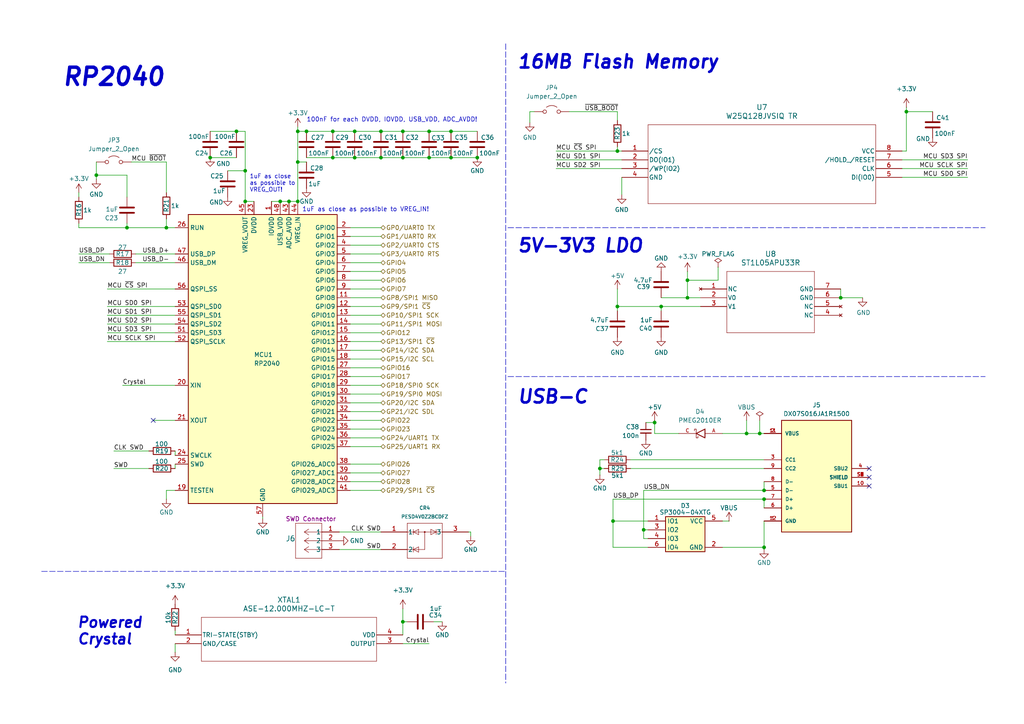
<source format=kicad_sch>
(kicad_sch (version 20250114) (generator "eeschema") (generator_version "9.0")
  (paper "A4")
  (title_block (title "RP2040 Standard") (company "Porto Space Team") (comment 1 "Miguel Amorim"))
  (lib_symbols
    (symbol "16MB_Flash:W25Q128JVSIQ_TR" (pin_names (offset 0.254))
      (property "Reference" "U" (at 40.64 12.7 0))
      (property "Value" "W25Q128JVSIQ TR" (at 40.64 10.16 0))
      (symbol "W25Q128JVSIQ_TR_0_1"
        (pin input line (at 0 0 0) (length 7.62) (name "/CS") (number "1"))
        (pin bidirectional line (at 0 -2.54 0) (length 7.62) (name "DO(IO1)") (number "2"))
        (pin bidirectional line (at 0 -5.08 0) (length 7.62) (name "/WP(IO2)") (number "3"))
        (pin passive line (at 0 -7.62 0) (length 7.62) (name "GND") (number "4"))
        (pin passive line (at 81.28 0 180) (length 7.62) (name "VCC") (number "8"))
        (pin bidirectional line (at 81.28 -2.54 180) (length 7.62) (name "/HOLD_/RESET") (number "7"))
        (pin input line (at 81.28 -5.08 180) (length 7.62) (name "CLK") (number "6"))
        (pin bidirectional line (at 81.28 -7.62 180) (length 7.62) (name "DI(IO0)") (number "5"))
      )
    )
    (symbol "AS12MHz:ASE-12.000MHZ-LC-T" (pin_names (offset 0.254))
      (property "Reference" "XTAL" (at 33.02 10.16 0))
      (property "Value" "ASE-12.000MHZ-LC-T" (at 33.02 7.62 0))
      (symbol "ASE-12.000MHZ-LC-T_0_1"
        (pin passive line (at 0 0 0) (length 7.62) (name "TRI-STATE(STBY)") (number "1"))
        (pin passive line (at 0 -2.54 0) (length 7.62) (name "GND/CASE") (number "2"))
        (pin power_in line (at 66.04 0 180) (length 7.62) (name "VDD") (number "4"))
        (pin output line (at 66.04 -2.54 180) (length 7.62) (name "OUTPUT") (number "3"))
      )
    )
    (symbol "DX07S016JA1R1500:DX07S016JA1R1500" (pin_names (offset 1.016))
      (property "Reference" "J" (at -9.906 16.002 0))
      (property "Value" "DX07S016JA1R1500" (at -9.652 -17.78 0))
      (symbol "DX07S016JA1R1500_0_0"
        (pin passive line (at -15.24 11.43 0) (length 5.08) (name "VBUS") (number "11"))
        (pin passive line (at -15.24 11.43 0) (length 5.08) (name "VBUS") (number "2"))
        (pin passive line (at -15.24 3.81 0) (length 5.08) (name "CC1") (number "3"))
        (pin passive line (at -15.24 1.27 0) (length 5.08) (name "CC2") (number "9"))
        (pin passive line (at -15.24 -2.54 0) (length 5.08) (name "D-") (number "8"))
        (pin passive line (at -15.24 -5.08 0) (length 5.08) (name "D-") (number "5"))
        (pin passive line (at -15.24 -7.62 0) (length 5.08) (name "D+") (number "7"))
        (pin passive line (at -15.24 -10.16 0) (length 5.08) (name "D+") (number "6"))
        (pin power_in line (at -15.24 -13.97 0) (length 5.08) (name "GND") (number "1"))
        (pin power_in line (at -15.24 -13.97 0) (length 5.08) (name "GND") (number "12"))
        (pin passive line (at 15.24 1.27 180) (length 5.08) (name "SBU2") (number "4"))
        (pin passive line (at 15.24 -1.27 180) (length 5.08) (name "SHIELD") (number "S1"))
        (pin passive line (at 15.24 -1.27 180) (length 5.08) (name "SHIELD") (number "S2"))
        (pin passive line (at 15.24 -1.27 180) (length 5.08) (name "SHIELD") (number "S3"))
        (pin passive line (at 15.24 -1.27 180) (length 5.08) (name "SHIELD") (number "S4"))
        (pin passive line (at 15.24 -1.27 180) (length 5.08) (name "SHIELD") (number "S5"))
        (pin passive line (at 15.24 -1.27 180) (length 5.08) (name "SHIELD") (number "S6"))
        (pin passive line (at 15.24 -3.81 180) (length 5.08) (name "SBU1") (number "10"))
      )
    )
    (symbol "Device:C" (pin_numbers (hide yes)) (pin_names (offset 0.254))
      (property "Reference" "C" (at 0.635 2.54 0))
      (property "Value" "C" (at 0.635 -2.54 0))
      (symbol "C_1_1"
        (pin passive line (at 0 3.81 270) (length 2.794) (name "~") (number "1"))
        (pin passive line (at 0 -3.81 90) (length 2.794) (name "~") (number "2"))
      )
    )
    (symbol "Device:C_Small" (pin_numbers (hide yes)) (pin_names (offset 0.254) (hide yes))
      (property "Reference" "C" (at 0.254 1.778 0))
      (property "Value" "C_Small" (at 0.254 -2.032 0))
      (symbol "C_Small_1_1"
        (pin passive line (at 0 2.54 270) (length 2.032) (name "~") (number "1"))
        (pin passive line (at 0 -2.54 90) (length 2.032) (name "~") (number "2"))
      )
    )
    (symbol "Device:R" (pin_numbers (hide yes)) (pin_names (offset 0))
      (property "Reference" "R" (at 2.032 0 90))
      (property "Value" "R" (at 0 0 90))
      (symbol "R_1_1"
        (pin passive line (at 0 3.81 270) (length 1.27) (name "~") (number "1"))
        (pin passive line (at 0 -3.81 90) (length 1.27) (name "~") (number "2"))
      )
    )
    (symbol "Jumper:Jumper_2_Open" (pin_numbers (hide yes)) (pin_names (offset 0) (hide yes))
      (property "Reference" "JP" (at 0 2.794 0))
      (property "Value" "Jumper_2_Open" (at 0 -2.286 0))
      (symbol "Jumper_2_Open_1_1"
        (pin passive line (at -5.08 0 0) (length 2.54) (name "A") (number "1"))
        (pin passive line (at 5.08 0 180) (length 2.54) (name "B") (number "2"))
      )
    )
    (symbol "LDO_ST1L05A:ST1L05APU33R" (pin_names (offset 0.254))
      (property "Reference" "U" (at 20.32 10.16 0))
      (property "Value" "ST1L05APU33R" (at 20.32 7.62 0))
      (symbol "ST1L05APU33R_0_1"
        (pin no_connect line (at 0 0 0) (length 7.62) (name "NC") (number "1"))
        (pin passive line (at 0 -2.54 0) (length 7.62) (name "V0") (number "2"))
        (pin passive line (at 0 -5.08 0) (length 7.62) (name "V1") (number "3"))
        (pin passive line (at 40.64 0 180) (length 7.62) (name "GND") (number "7"))
        (pin passive line (at 40.64 -2.54 180) (length 7.62) (name "GND") (number "6"))
        (pin no_connect line (at 40.64 -5.08 180) (length 7.62) (name "NC") (number "5"))
        (pin no_connect line (at 40.64 -7.62 180) (length 7.62) (name "NC") (number "4"))
      )
    )
    (symbol "MCU_RaspberryPi:RP2040"
      (property "Reference" "U" (at 17.78 45.72 0))
      (property "Value" "RP2040" (at 17.78 43.18 0))
      (symbol "RP2040_1_1"
        (pin input line (at -25.4 38.1 0) (length 3.81) (name "RUN") (number "26"))
        (pin bidirectional line (at -25.4 30.48 0) (length 3.81) (name "USB_DP") (number "47"))
        (pin bidirectional line (at -25.4 27.94 0) (length 3.81) (name "USB_DM") (number "46"))
        (pin bidirectional line (at -25.4 20.32 0) (length 3.81) (name "QSPI_SS") (number "56"))
        (pin bidirectional line (at -25.4 15.24 0) (length 3.81) (name "QSPI_SD0") (number "53"))
        (pin bidirectional line (at -25.4 12.7 0) (length 3.81) (name "QSPI_SD1") (number "55"))
        (pin bidirectional line (at -25.4 10.16 0) (length 3.81) (name "QSPI_SD2") (number "54"))
        (pin bidirectional line (at -25.4 7.62 0) (length 3.81) (name "QSPI_SD3") (number "51"))
        (pin output line (at -25.4 5.08 0) (length 3.81) (name "QSPI_SCLK") (number "52"))
        (pin input line (at -25.4 -7.62 0) (length 3.81) (name "XIN") (number "20"))
        (pin passive line (at -25.4 -17.78 0) (length 3.81) (name "XOUT") (number "21"))
        (pin input line (at -25.4 -27.94 0) (length 3.81) (name "SWCLK") (number "24"))
        (pin bidirectional line (at -25.4 -30.48 0) (length 3.81) (name "SWD") (number "25"))
        (pin input line (at -25.4 -38.1 0) (length 3.81) (name "TESTEN") (number "19"))
        (pin power_out line (at -5.08 45.72 270) (length 3.81) (name "VREG_VOUT") (number "45"))
        (pin power_in line (at -2.54 45.72 270) (length 3.81) (name "DVDD") (number "23"))
        (pin passive line (at -2.54 45.72 270) (length 3.81) (hide yes) (name "DVDD") (number "50"))
        (pin power_in line (at 0 -45.72 90) (length 3.81) (name "GND") (number "57"))
        (pin power_in line (at 2.54 45.72 270) (length 3.81) (name "IOVDD") (number "1"))
        (pin passive line (at 2.54 45.72 270) (length 3.81) (hide yes) (name "IOVDD") (number "10"))
        (pin passive line (at 2.54 45.72 270) (length 3.81) (hide yes) (name "IOVDD") (number "22"))
        (pin passive line (at 2.54 45.72 270) (length 3.81) (hide yes) (name "IOVDD") (number "33"))
        (pin passive line (at 2.54 45.72 270) (length 3.81) (hide yes) (name "IOVDD") (number "42"))
        (pin passive line (at 2.54 45.72 270) (length 3.81) (hide yes) (name "IOVDD") (number "49"))
        (pin power_in line (at 5.08 45.72 270) (length 3.81) (name "USB_VDD") (number "48"))
        (pin power_in line (at 7.62 45.72 270) (length 3.81) (name "ADC_AVDD") (number "43"))
        (pin power_in line (at 10.16 45.72 270) (length 3.81) (name "VREG_IN") (number "44"))
        (pin bidirectional line (at 25.4 38.1 180) (length 3.81) (name "GPIO0") (number "2"))
        (pin bidirectional line (at 25.4 35.56 180) (length 3.81) (name "GPIO1") (number "3"))
        (pin bidirectional line (at 25.4 33.02 180) (length 3.81) (name "GPIO2") (number "4"))
        (pin bidirectional line (at 25.4 30.48 180) (length 3.81) (name "GPIO3") (number "5"))
        (pin bidirectional line (at 25.4 27.94 180) (length 3.81) (name "GPIO4") (number "6"))
        (pin bidirectional line (at 25.4 25.4 180) (length 3.81) (name "GPIO5") (number "7"))
        (pin bidirectional line (at 25.4 22.86 180) (length 3.81) (name "GPIO6") (number "8"))
        (pin bidirectional line (at 25.4 20.32 180) (length 3.81) (name "GPIO7") (number "9"))
        (pin bidirectional line (at 25.4 17.78 180) (length 3.81) (name "GPIO8") (number "11"))
        (pin bidirectional line (at 25.4 15.24 180) (length 3.81) (name "GPIO9") (number "12"))
        (pin bidirectional line (at 25.4 12.7 180) (length 3.81) (name "GPIO10") (number "13"))
        (pin bidirectional line (at 25.4 10.16 180) (length 3.81) (name "GPIO11") (number "14"))
        (pin bidirectional line (at 25.4 7.62 180) (length 3.81) (name "GPIO12") (number "15"))
        (pin bidirectional line (at 25.4 5.08 180) (length 3.81) (name "GPIO13") (number "16"))
        (pin bidirectional line (at 25.4 2.54 180) (length 3.81) (name "GPIO14") (number "17"))
        (pin bidirectional line (at 25.4 0 180) (length 3.81) (name "GPIO15") (number "18"))
        (pin bidirectional line (at 25.4 -2.54 180) (length 3.81) (name "GPIO16") (number "27"))
        (pin bidirectional line (at 25.4 -5.08 180) (length 3.81) (name "GPIO17") (number "28"))
        (pin bidirectional line (at 25.4 -7.62 180) (length 3.81) (name "GPIO18") (number "29"))
        (pin bidirectional line (at 25.4 -10.16 180) (length 3.81) (name "GPIO19") (number "30"))
        (pin bidirectional line (at 25.4 -12.7 180) (length 3.81) (name "GPIO20") (number "31"))
        (pin bidirectional line (at 25.4 -15.24 180) (length 3.81) (name "GPIO21") (number "32"))
        (pin bidirectional line (at 25.4 -17.78 180) (length 3.81) (name "GPIO22") (number "34"))
        (pin bidirectional line (at 25.4 -20.32 180) (length 3.81) (name "GPIO23") (number "35"))
        (pin bidirectional line (at 25.4 -22.86 180) (length 3.81) (name "GPIO24") (number "36"))
        (pin bidirectional line (at 25.4 -25.4 180) (length 3.81) (name "GPIO25") (number "37"))
        (pin bidirectional line (at 25.4 -30.48 180) (length 3.81) (name "GPIO26_ADC0") (number "38"))
        (pin bidirectional line (at 25.4 -33.02 180) (length 3.81) (name "GPIO27_ADC1") (number "39"))
        (pin bidirectional line (at 25.4 -35.56 180) (length 3.81) (name "GPIO28_ADC2") (number "40"))
        (pin bidirectional line (at 25.4 -38.1 180) (length 3.81) (name "GPIO29_ADC3") (number "41"))
      )
    )
    (symbol "PESD4V0Z2BCDFZ:PESD4V0Z2BCDFZ" (pin_names (offset 0.254))
      (property "Reference" "CR" (at 12.7 7.62 0))
      (property "Value" "PESD4V0Z2BCDFZ" (at 12.7 5.08 0))
      (symbol "PESD4V0Z2BCDFZ_0_1"
        (pin passive line (at 0 0 0) (length 7.62) (name "1") (number "1"))
        (pin passive line (at 0 -5.08 0) (length 7.62) (name "2") (number "2"))
        (pin passive line (at 25.4 0 180) (length 7.62) (name "3") (number "3"))
      )
    )
    (symbol "PMEG2010ER:PMEG2010ER" (pin_names (offset 1.016))
      (property "Reference" "D" (at -1.27 2.54 0))
      (property "Value" "PMEG2010ER" (at -6.858 -3.302 0))
      (symbol "PMEG2010ER_0_0"
        (pin passive line (at -6.35 0 0) (length 5.08) (name "~") (number "A"))
        (pin passive line (at 6.35 0 180) (length 5.08) (name "~") (number "C"))
      )
    )
    (symbol "SP3004-04XTG_1"
      (property "Reference" "D" (at 4.826 7.112 0))
      (property "Value" "SP3004-04XTG" (at 4.826 4.572 0))
      (symbol "SP3004-04XTG_1_1_1"
        (pin passive line (at 0 0 0) (length 5.08) (name "IO1") (number "1"))
        (pin passive line (at 0 -2.54 0) (length 5.08) (name "IO2") (number "3"))
        (pin passive line (at 0 -5.08 0) (length 5.08) (name "IO3") (number "4"))
        (pin passive line (at 0 -7.62 0) (length 5.08) (name "IO4") (number "6"))
        (pin passive line (at 21.59 0 180) (length 5.08) (name "VCC") (number "5"))
        (pin passive line (at 21.59 -7.62 180) (length 5.08) (name "GND") (number "2"))
      )
    )
    (symbol "SWD_Con:BM03B-SRSS-TBLFSN" (pin_names (offset 0.254))
      (property "Reference" "J" (at 8.89 6.35 0))
      (property "Value" "BM03B-SRSS-TBLFSN" (at 0 0 0))
      (symbol "BM03B-SRSS-TBLFSN_1_1"
        (pin passive line (at 0 0 0) (length 5.08) (name "1") (number "1"))
        (pin passive line (at 0 -2.54 0) (length 5.08) (name "2") (number "2"))
        (pin passive line (at 0 -5.08 0) (length 5.08) (name "3") (number "3"))
      )
      (symbol "BM03B-SRSS-TBLFSN_1_2"
        (pin passive line (at 0 0 0) (length 5.08) (name "1") (number "1"))
        (pin passive line (at 0 -2.54 0) (length 5.08) (name "2") (number "2"))
        (pin passive line (at 0 -5.08 0) (length 5.08) (name "3") (number "3"))
      )
    )
    (symbol "power:+3.3V" (power) (pin_numbers (hide yes)) (pin_names (offset 0) (hide yes))
      (property "Value" "+3.3V" (at 0 3.556 0))
      (symbol "+3.3V_1_1"
        (pin power_in line (at 0 0 90) (length 0) (name "~") (number "1"))
      )
    )
    (symbol "power:+5V" (power) (pin_numbers (hide yes)) (pin_names (offset 0) (hide yes))
      (property "Value" "+5V" (at 0 3.556 0))
      (symbol "+5V_1_1"
        (pin power_in line (at 0 0 90) (length 0) (name "~") (number "1"))
      )
    )
    (symbol "power:GND" (power) (pin_numbers (hide yes)) (pin_names (offset 0) (hide yes))
      (property "Value" "GND" (at 0 -3.81 0))
      (symbol "GND_1_1"
        (pin power_in line (at 0 0 270) (length 0) (name "~") (number "1"))
      )
    )
    (symbol "power:PWR_FLAG" (power) (pin_numbers (hide yes)) (pin_names (offset 0) (hide yes))
      (property "Value" "PWR_FLAG" (at 0 3.81 0))
      (symbol "PWR_FLAG_0_0"
        (pin power_out line (at 0 0 90) (length 0) (name "~") (number "1"))
      )
    )
  )
  (text "1uF as close \nas possible to \nVREG_OUT!" (at 72.39 55.88 0) (effects (font (size 1.2 1.2)) (justify left bottom)))
  (text "Powered\nCrystal" (at 22.225 187.325 0) (effects (font (size 3 3) (bold yes) (italic yes)) (justify left bottom)))
  (text "RP2040" (at 17.78 25.4 0) (effects (font (size 5 5) (thickness 1) (bold yes) (italic yes)) (justify left bottom)))
  (text "5V-3V3 LDO" (at 149.86 73.66 0) (effects (font (size 3.81 3.81) (bold yes) (italic yes)) (justify left bottom)))
  (text "16MB Flash Memory" (at 149.86 20.32 0) (effects (font (size 3.81 3.81) (bold yes) (italic yes)) (justify left bottom)))
  (text "1uF as close as possible to VREG_IN!" (at 87.63 61.595 0) (effects (font (size 1.27 1.27)) (justify left bottom)))
  (text "100nF for each DVDD, IOVDD, USB_VDD, ADC_AVDD!" (at 88.9 35.56 0) (effects (font (size 1.27 1.27)) (justify left bottom)))
  (text "USB-C" (at 149.86 117.475 0) (effects (font (size 3.81 3.81) (bold yes) (italic yes)) (justify left bottom)))
  (junction (at 36.83 66.04))
  (junction (at 110.49 45.72))
  (junction (at 173.99 135.89))
  (junction (at 81.28 58.42))
  (junction (at 116.84 45.72))
  (junction (at 138.43 45.72))
  (junction (at 177.8 151.13))
  (junction (at 102.87 38.1))
  (junction (at 60.96 45.72))
  (junction (at 83.82 58.42))
  (junction (at 110.49 38.1))
  (junction (at 96.52 45.72))
  (junction (at 96.52 38.1))
  (junction (at 68.58 38.1))
  (junction (at 124.46 38.1))
  (junction (at 130.81 45.72))
  (junction (at 221.615 142.24))
  (junction (at 243.84 86.36))
  (junction (at 186.69 153.67))
  (junction (at 124.46 45.72))
  (junction (at 221.615 158.75))
  (junction (at 102.87 45.72))
  (junction (at 216.535 125.73))
  (junction (at 86.36 38.1))
  (junction (at 199.39 86.36))
  (junction (at 220.345 125.73))
  (junction (at 86.36 58.42))
  (junction (at 191.77 88.9))
  (junction (at 199.39 81.28))
  (junction (at 71.12 49.53))
  (junction (at 130.81 38.1))
  (junction (at 71.12 58.42))
  (junction (at 189.865 122.555))
  (junction (at 48.26 66.04))
  (junction (at 88.9 38.1))
  (junction (at 179.07 88.9))
  (junction (at 116.84 38.1))
  (junction (at 221.615 144.78))
  (junction (at 27.94 50.8))
  (junction (at 179.07 43.815))
  (junction (at 86.36 46.99))
  (junction (at 262.89 32.385))
  (junction (at 116.84 180.34))
  (no_connect (at 44.45 121.92))
  (no_connect (at 252.095 135.89))
  (no_connect (at 252.095 140.97))
  (no_connect (at 252.095 138.43))
  (wire (pts (xy 101.6 114.3) (xy 110.49 114.3)))
  (wire (pts (xy 220.345 125.73) (xy 221.615 125.73)))
  (wire (pts (xy 96.52 38.1) (xy 88.9 38.1)))
  (wire (pts (xy 101.6 116.84) (xy 110.49 116.84)))
  (wire (pts (xy 186.69 153.67) (xy 187.96 153.67)))
  (wire (pts (xy 86.36 46.99) (xy 86.36 58.42)))
  (polyline (pts (xy 146.685 12.7) (xy 146.685 165.735)) (stroke (width 0) (type dash)))
  (wire (pts (xy 261.62 46.355) (xy 280.67 46.355)))
  (wire (pts (xy 180.34 48.895) (xy 161.29 48.895)))
  (wire (pts (xy 116.84 180.34) (xy 116.84 184.15)))
  (wire (pts (xy 177.8 151.13) (xy 187.96 151.13)))
  (wire (pts (xy 116.84 176.53) (xy 116.84 180.34)))
  (wire (pts (xy 173.99 135.89) (xy 173.99 133.35)))
  (wire (pts (xy 101.6 134.62) (xy 110.49 134.62)))
  (wire (pts (xy 110.49 45.72) (xy 116.84 45.72)))
  (wire (pts (xy 71.12 49.53) (xy 71.12 38.1)))
  (wire (pts (xy 48.26 63.5) (xy 48.26 66.04)))
  (wire (pts (xy 173.99 137.795) (xy 173.99 135.89)))
  (wire (pts (xy 187.325 122.555) (xy 189.865 122.555)))
  (wire (pts (xy 262.89 32.385) (xy 270.51 32.385)))
  (wire (pts (xy 101.6 101.6) (xy 110.49 101.6)))
  (wire (pts (xy 22.86 76.2) (xy 31.75 76.2)))
  (wire (pts (xy 81.28 58.42) (xy 83.82 58.42)))
  (wire (pts (xy 101.6 129.54) (xy 110.49 129.54)))
  (wire (pts (xy 261.62 48.895) (xy 280.67 48.895)))
  (wire (pts (xy 86.36 46.99) (xy 88.9 46.99)))
  (wire (pts (xy 124.46 38.1) (xy 116.84 38.1)))
  (wire (pts (xy 261.62 51.435) (xy 280.67 51.435)))
  (wire (pts (xy 101.6 121.92) (xy 110.49 121.92)))
  (wire (pts (xy 36.83 50.8) (xy 36.83 57.15)))
  (wire (pts (xy 177.8 151.13) (xy 177.8 144.78)))
  (wire (pts (xy 221.615 139.7) (xy 221.615 142.24)))
  (polyline (pts (xy 12.065 165.735) (xy 146.685 165.735)) (stroke (width 0) (type dash)))
  (wire (pts (xy 27.94 50.8) (xy 36.83 50.8)))
  (wire (pts (xy 31.115 88.9) (xy 50.8 88.9)))
  (wire (pts (xy 31.115 83.82) (xy 50.8 83.82)))
  (wire (pts (xy 86.36 38.1) (xy 86.36 46.99)))
  (wire (pts (xy 221.615 144.78) (xy 221.615 147.32)))
  (wire (pts (xy 27.94 50.8) (xy 27.94 52.07)))
  (wire (pts (xy 199.39 81.28) (xy 199.39 86.36)))
  (wire (pts (xy 101.6 83.82) (xy 110.49 83.82)))
  (wire (pts (xy 102.87 45.72) (xy 110.49 45.72)))
  (wire (pts (xy 101.6 104.14) (xy 110.49 104.14)))
  (wire (pts (xy 208.28 81.28) (xy 208.28 77.47)))
  (wire (pts (xy 101.6 68.58) (xy 110.49 68.58)))
  (wire (pts (xy 154.94 32.385) (xy 153.67 32.385)))
  (wire (pts (xy 101.6 73.66) (xy 110.49 73.66)))
  (wire (pts (xy 33.02 130.81) (xy 43.18 130.81)))
  (wire (pts (xy 36.83 66.04) (xy 36.83 64.77)))
  (wire (pts (xy 50.8 186.69) (xy 50.8 189.23)))
  (wire (pts (xy 22.86 66.04) (xy 22.86 64.77)))
  (wire (pts (xy 186.69 153.67) (xy 186.69 156.21)))
  (wire (pts (xy 199.39 81.28) (xy 208.28 81.28)))
  (wire (pts (xy 60.96 45.72) (xy 68.58 45.72)))
  (wire (pts (xy 101.6 93.98) (xy 110.49 93.98)))
  (wire (pts (xy 262.89 43.815) (xy 262.89 32.385)))
  (wire (pts (xy 182.88 135.89) (xy 221.615 135.89)))
  (wire (pts (xy 101.6 71.12) (xy 110.49 71.12)))
  (wire (pts (xy 101.6 66.04) (xy 110.49 66.04)))
  (wire (pts (xy 101.6 127) (xy 110.49 127)))
  (wire (pts (xy 31.115 99.06) (xy 50.8 99.06)))
  (wire (pts (xy 130.81 38.1) (xy 138.43 38.1)))
  (wire (pts (xy 101.6 96.52) (xy 110.49 96.52)))
  (wire (pts (xy 243.84 83.82) (xy 243.84 86.36)))
  (wire (pts (xy 191.77 88.9) (xy 203.2 88.9)))
  (wire (pts (xy 177.8 144.78) (xy 221.615 144.78)))
  (wire (pts (xy 101.6 111.76) (xy 110.49 111.76)))
  (wire (pts (xy 179.07 34.925) (xy 179.07 32.385)))
  (wire (pts (xy 262.89 32.385) (xy 262.89 31.115)))
  (wire (pts (xy 33.02 135.89) (xy 43.18 135.89)))
  (wire (pts (xy 199.39 78.74) (xy 199.39 81.28)))
  (wire (pts (xy 60.96 38.1) (xy 68.58 38.1)))
  (wire (pts (xy 125.73 180.34) (xy 128.27 180.34)))
  (wire (pts (xy 50.8 182.88) (xy 50.8 184.15)))
  (wire (pts (xy 71.12 49.53) (xy 71.12 58.42)))
  (wire (pts (xy 50.8 135.89) (xy 50.8 134.62)))
  (wire (pts (xy 98.425 159.385) (xy 110.49 159.385)))
  (wire (pts (xy 22.86 55.88) (xy 22.86 57.15)))
  (wire (pts (xy 38.1 46.99) (xy 48.26 46.99)))
  (wire (pts (xy 48.26 142.24) (xy 50.8 142.24)))
  (wire (pts (xy 199.39 86.36) (xy 203.2 86.36)))
  (wire (pts (xy 22.86 73.66) (xy 31.75 73.66)))
  (wire (pts (xy 96.52 45.72) (xy 102.87 45.72)))
  (wire (pts (xy 116.84 38.1) (xy 110.49 38.1)))
  (wire (pts (xy 35.56 111.76) (xy 50.8 111.76)))
  (wire (pts (xy 101.6 99.06) (xy 110.49 99.06)))
  (wire (pts (xy 220.345 121.92) (xy 220.345 125.73)))
  (wire (pts (xy 39.37 76.2) (xy 50.8 76.2)))
  (wire (pts (xy 86.36 36.83) (xy 86.36 38.1)))
  (wire (pts (xy 153.67 32.385) (xy 153.67 35.56)))
  (polyline (pts (xy 146.685 165.735) (xy 146.685 198.12)) (stroke (width 0) (type dash)))
  (wire (pts (xy 101.6 109.22) (xy 110.49 109.22)))
  (wire (pts (xy 209.55 125.73) (xy 216.535 125.73)))
  (wire (pts (xy 186.69 142.24) (xy 186.69 153.67)))
  (wire (pts (xy 216.535 121.92) (xy 216.535 125.73)))
  (wire (pts (xy 180.34 46.355) (xy 161.29 46.355)))
  (wire (pts (xy 101.6 86.36) (xy 110.49 86.36)))
  (wire (pts (xy 124.46 45.72) (xy 130.81 45.72)))
  (wire (pts (xy 180.34 51.435) (xy 180.34 56.515)))
  (wire (pts (xy 179.07 88.9) (xy 179.07 90.17)))
  (wire (pts (xy 191.77 86.36) (xy 199.39 86.36)))
  (wire (pts (xy 209.55 158.75) (xy 221.615 158.75)))
  (wire (pts (xy 101.6 119.38) (xy 110.49 119.38)))
  (wire (pts (xy 48.26 144.78) (xy 48.26 142.24)))
  (wire (pts (xy 44.45 121.92) (xy 50.8 121.92)))
  (wire (pts (xy 189.865 121.92) (xy 189.865 122.555)))
  (wire (pts (xy 182.88 133.35) (xy 221.615 133.35)))
  (wire (pts (xy 177.8 158.75) (xy 187.96 158.75)))
  (wire (pts (xy 101.6 88.9) (xy 110.49 88.9)))
  (wire (pts (xy 39.37 73.66) (xy 50.8 73.66)))
  (wire (pts (xy 101.6 137.16) (xy 110.49 137.16)))
  (wire (pts (xy 98.425 154.305) (xy 110.49 154.305)))
  (wire (pts (xy 66.04 49.53) (xy 71.12 49.53)))
  (wire (pts (xy 101.6 91.44) (xy 110.49 91.44)))
  (wire (pts (xy 110.49 38.1) (xy 102.87 38.1)))
  (wire (pts (xy 88.9 45.72) (xy 96.52 45.72)))
  (wire (pts (xy 101.6 106.68) (xy 110.49 106.68)))
  (wire (pts (xy 221.615 158.75) (xy 221.615 159.385)))
  (wire (pts (xy 189.865 122.555) (xy 189.865 125.73)))
  (polyline (pts (xy 147.32 109.22) (xy 285.75 109.22)) (stroke (width 0) (type dash)))
  (wire (pts (xy 186.69 156.21) (xy 187.96 156.21)))
  (wire (pts (xy 261.62 43.815) (xy 262.89 43.815)))
  (wire (pts (xy 36.83 66.04) (xy 48.26 66.04)))
  (wire (pts (xy 101.6 139.7) (xy 110.49 139.7)))
  (wire (pts (xy 50.8 132.08) (xy 50.8 130.81)))
  (wire (pts (xy 48.26 46.99) (xy 48.26 55.88)))
  (wire (pts (xy 216.535 125.73) (xy 220.345 125.73)))
  (wire (pts (xy 83.82 58.42) (xy 86.36 58.42)))
  (wire (pts (xy 165.1 32.385) (xy 179.07 32.385)))
  (wire (pts (xy 31.115 93.98) (xy 50.8 93.98)))
  (wire (pts (xy 130.81 38.1) (xy 124.46 38.1)))
  (wire (pts (xy 116.84 180.34) (xy 118.11 180.34)))
  (wire (pts (xy 179.07 88.9) (xy 191.77 88.9)))
  (wire (pts (xy 179.07 43.815) (xy 180.34 43.815)))
  (wire (pts (xy 191.77 90.17) (xy 191.77 88.9)))
  (wire (pts (xy 101.6 76.2) (xy 110.49 76.2)))
  (wire (pts (xy 48.26 66.04) (xy 50.8 66.04)))
  (wire (pts (xy 88.9 38.1) (xy 86.36 38.1)))
  (wire (pts (xy 31.115 91.44) (xy 50.8 91.44)))
  (polyline (pts (xy 147.32 66.04) (xy 285.75 66.04)) (stroke (width 0) (type dash)))
  (wire (pts (xy 209.55 151.13) (xy 211.455 151.13)))
  (wire (pts (xy 27.94 46.99) (xy 27.94 50.8)))
  (wire (pts (xy 101.6 81.28) (xy 110.49 81.28)))
  (wire (pts (xy 76.2 149.86) (xy 76.2 150.495)))
  (wire (pts (xy 175.26 135.89) (xy 173.99 135.89)))
  (wire (pts (xy 102.87 38.1) (xy 96.52 38.1)))
  (wire (pts (xy 101.6 124.46) (xy 110.49 124.46)))
  (wire (pts (xy 101.6 142.24) (xy 110.49 142.24)))
  (wire (pts (xy 221.615 151.13) (xy 221.615 158.75)))
  (wire (pts (xy 243.84 86.36) (xy 250.19 86.36)))
  (wire (pts (xy 186.69 142.24) (xy 221.615 142.24)))
  (wire (pts (xy 161.29 43.815) (xy 179.07 43.815)))
  (wire (pts (xy 36.83 66.04) (xy 22.86 66.04)))
  (wire (pts (xy 101.6 78.74) (xy 110.49 78.74)))
  (wire (pts (xy 173.99 133.35) (xy 175.26 133.35)))
  (wire (pts (xy 136.525 154.305) (xy 136.525 155.575)))
  (wire (pts (xy 189.865 125.73) (xy 196.85 125.73)))
  (wire (pts (xy 179.07 42.545) (xy 179.07 43.815)))
  (wire (pts (xy 135.89 154.305) (xy 136.525 154.305)))
  (wire (pts (xy 71.12 58.42) (xy 73.66 58.42)))
  (wire (pts (xy 116.84 45.72) (xy 124.46 45.72)))
  (wire (pts (xy 177.8 151.13) (xy 177.8 158.75)))
  (wire (pts (xy 31.115 96.52) (xy 50.8 96.52)))
  (wire (pts (xy 78.74 58.42) (xy 81.28 58.42)))
  (wire (pts (xy 130.81 45.72) (xy 138.43 45.72)))
  (wire (pts (xy 179.07 83.82) (xy 179.07 88.9)))
  (wire (pts (xy 116.84 186.69) (xy 124.46 186.69)))
  (wire (pts (xy 71.12 38.1) (xy 68.58 38.1)))
  (label "MCU SD2 SPI" (at 161.29 48.895 0))
  (label "MCU ~{CS} SPI" (at 161.29 43.815 0))
  (label "MCU SD0 SPI" (at 31.115 88.9 0))
  (label "~{USB_BOOT}" (at 169.545 32.385 0))
  (label "MCU SD3 SPI" (at 280.67 46.355 180))
  (label "Crystal" (at 124.46 186.69 180))
  (label "CLK SWD" (at 33.02 130.81 0))
  (label "CLK SWD" (at 110.49 154.305 180))
  (label "MCU SD2 SPI" (at 31.115 93.98 0))
  (label "SWD" (at 110.49 159.385 180))
  (label "SWD" (at 33.02 135.89 0))
  (label "MCU SCLK SPI" (at 280.67 48.895 180))
  (label "MCU SCLK SPI" (at 31.115 99.06 0))
  (label "USB_DN" (at 186.69 142.24 0))
  (label "MCU ~{CS} SPI" (at 31.115 83.82 0))
  (label "USB_DP" (at 22.86 73.66 0))
  (label "MCU SD1 SPI" (at 161.29 46.355 0))
  (label "USB_D-" (at 41.275 76.2 0))
  (label "MCU SD1 SPI" (at 31.115 91.44 0))
  (label "Crystal" (at 35.56 111.76 0))
  (label "MCU ~{BOOT}" (at 48.26 46.99 180))
  (label "MCU SD0 SPI" (at 280.67 51.435 180))
  (label "MCU SD3 SPI" (at 31.115 96.52 0))
  (label "USB_DN" (at 22.86 76.2 0))
  (label "USB_D+" (at 41.275 73.66 0))
  (label "USB_DP" (at 177.8 144.78 0))
  (hierarchical_label "GP10{slash}SPI1 SCK" (shape bidirectional) (at 110.49 91.44 0))
  (hierarchical_label "GPIO28" (shape bidirectional) (at 110.49 139.7 0))
  (hierarchical_label "GP14{slash}I2C SDA" (shape bidirectional) (at 110.49 101.6 0))
  (hierarchical_label "GP3{slash}UART0 RTS" (shape bidirectional) (at 110.49 73.66 0))
  (hierarchical_label "GP18{slash}SPI0 SCK" (shape bidirectional) (at 110.49 111.76 0))
  (hierarchical_label "GP29{slash}SPI1 ~{CS}" (shape bidirectional) (at 110.49 142.24 0))
  (hierarchical_label "GP1{slash}UART0 RX" (shape bidirectional) (at 110.49 68.58 0))
  (hierarchical_label "GP21{slash}I2C SDL" (shape bidirectional) (at 110.49 119.38 0))
  (hierarchical_label "GP15{slash}I2C SCL" (shape bidirectional) (at 110.49 104.14 0))
  (hierarchical_label "GP25{slash}UART1 RX" (shape bidirectional) (at 110.49 129.54 0))
  (hierarchical_label "GPIO22" (shape bidirectional) (at 110.49 121.92 0))
  (hierarchical_label "GP19{slash}SPI0 MOSI" (shape bidirectional) (at 110.49 114.3 0))
  (hierarchical_label "GPIO17" (shape bidirectional) (at 110.49 109.22 0))
  (hierarchical_label "GPIO4" (shape bidirectional) (at 110.49 76.2 0))
  (hierarchical_label "GPIO5" (shape bidirectional) (at 110.49 78.74 0))
  (hierarchical_label "GPIO7" (shape bidirectional) (at 110.49 83.82 0))
  (hierarchical_label "GPIO6" (shape bidirectional) (at 110.49 81.28 0))
  (hierarchical_label "GP20{slash}I2C SDA" (shape bidirectional) (at 110.49 116.84 0))
  (hierarchical_label "GP9{slash}SPI1 ~{CS}" (shape bidirectional) (at 110.49 88.9 0))
  (hierarchical_label "GPIO26" (shape bidirectional) (at 110.49 134.62 0))
  (hierarchical_label "GP2{slash}UART0 CTS" (shape bidirectional) (at 110.49 71.12 0))
  (hierarchical_label "GP8{slash}SPI1 MISO" (shape bidirectional) (at 110.49 86.36 0))
  (hierarchical_label "GP0{slash}UART0 TX" (shape bidirectional) (at 110.49 66.04 0))
  (hierarchical_label "GP13{slash}SPI1 ~{CS}" (shape bidirectional) (at 110.49 99.06 0))
  (hierarchical_label "GP11{slash}SPI1 MOSI" (shape bidirectional) (at 110.49 93.98 0))
  (hierarchical_label "GPIO23" (shape bidirectional) (at 110.49 124.46 0))
  (hierarchical_label "GPIO12" (shape bidirectional) (at 110.49 96.52 0))
  (hierarchical_label "GPIO27" (shape bidirectional) (at 110.49 137.16 0))
  (hierarchical_label "GP24{slash}UART1 TX" (shape bidirectional) (at 110.49 127 0))
  (hierarchical_label "GPIO16" (shape bidirectional) (at 110.49 106.68 0))
  (symbol (lib_id "power:GND") (at 173.99 137.795 0) (mirror y) (unit 1)
    (property "Reference" "#PWR071" (effects (hide yes)))
    (property "Value" "GND" (at 173.99 141.605 0))
    (property "Description" "Power symbol creates a global label with name \"GND\" , ground" (effects (hide yes)))
  )
  (symbol (lib_id "power:GND") (at 191.77 78.74 0) (mirror x) (unit 1)
    (property "Reference" "#PWR077" (effects (hide yes)))
    (property "Value" "GND" (at 191.77 74.93 0))
    (property "Description" "Power symbol creates a global label with name \"GND\" , ground" (effects (hide yes)))
  )
  (symbol (lib_id "Device:C_Small") (at 187.325 125.095 0) (mirror y) (unit 1)
    (property "Reference" "C38" (at 185.42 123.825 0) (effects (justify left)))
    (property "Value" "100n" (at 185.42 126.365 0) (effects (justify left)))
    (property "Footprint" "Capacitor-0402:Capacitor_0402" (effects (hide yes)))
    (property "Description" "Unpolarized capacitor, small symbol" (effects (hide yes)))
  )
  (symbol (lib_id "Device:C") (at 66.04 53.34 0) (unit 1)
    (property "Reference" "C25" (at 60.96 51.054 0) (effects (justify left)))
    (property "Value" "1uF" (at 61.722 55.372 0) (effects (justify left)))
    (property "Footprint" "Capacitor-0402:Capacitor_0402" (effects (hide yes)))
    (property "Description" "Unpolarized capacitor" (effects (hide yes)))
  )
  (symbol (lib_id "Device:C") (at 68.58 41.91 180) (unit 1)
    (property "Reference" "C26" (at 67.564 44.45 0) (effects (justify left)))
    (property "Value" "100nF" (at 68.326 39.624 0) (effects (justify left)))
    (property "Footprint" "Capacitor-0402:Capacitor_0402" (effects (hide yes)))
    (property "Description" "Unpolarized capacitor" (effects (hide yes)))
  )
  (symbol (lib_id "Device:R") (at 50.8 179.07 0) (mirror x) (unit 1)
    (property "Reference" "R22" (at 50.8 177.165 90) (effects (justify left)))
    (property "Value" "10k" (at 48.768 177.292 90) (effects (justify left)))
    (property "Footprint" "Resistor-0402:RES_0402" (effects (hide yes)))
    (property "Description" "Resistor" (effects (hide yes)))
  )
  (symbol (lib_id "MCU_RaspberryPi:RP2040") (at 76.2 104.14 0) (unit 1)
    (property "Reference" "MCU1" (at 73.66 102.87 0) (effects (justify left)))
    (property "Value" "RP2040" (at 73.66 105.41 0) (effects (justify left)))
    (property "Footprint" "RP2040:QFN56_7X7_RPI" (effects (hide yes)))
    (property "Datasheet" "https://datasheets.raspberrypi.com/rp2040/rp2040-datasheet.pdf" (effects (hide yes)))
    (property "Description" "A microcontroller by Raspberry Pi" (effects (hide yes)))
  )
  (symbol (lib_id "power:PWR_FLAG") (at 208.28 77.47 0) (unit 1)
    (property "Reference" "#FLG04" (effects (hide yes)))
    (property "Value" "PWR_FLAG" (at 208.28 73.66 0))
    (property "Description" "Special symbol for telling ERC where power comes from" (effects (hide yes)))
  )
  (symbol (lib_id "Device:C") (at 121.92 180.34 90) (unit 1)
    (property "Reference" "C34" (at 128.27 178.435 90) (effects (justify left)))
    (property "Value" "1uF" (at 128.27 176.53 90) (effects (justify left)))
    (property "Footprint" "Capacitor-0402:Capacitor_0402" (effects (hide yes)))
    (property "Description" "Unpolarized capacitor" (effects (hide yes)))
  )
  (symbol (lib_id "Device:C") (at 270.51 36.195 0) (unit 1)
    (property "Reference" "C41" (at 271.526 34.163 0) (effects (justify left)))
    (property "Value" "100nF" (at 271.018 38.735 0) (effects (justify left)))
    (property "Footprint" "Capacitor-0402:Capacitor_0402" (effects (hide yes)))
    (property "Description" "Unpolarized capacitor" (effects (hide yes)))
  )
  (symbol (lib_id "power:GND") (at 98.425 156.845 90) (unit 1)
    (property "Reference" "#PWR086" (effects (hide yes)))
    (property "Value" "GND" (at 103.505 156.845 90))
    (property "Description" "Power symbol creates a global label with name \"GND\" , ground" (effects (hide yes)))
  )
  (symbol (lib_id "PMEG2010ER:PMEG2010ER") (at 203.2 125.73 180) (unit 1)
    (property "Reference" "D4" (at 203.0095 119.38 0))
    (property "Value" "PMEG2010ER" (at 203.0095 121.92 0))
    (property "Footprint" "Diode-Schottky_PMEG2010ER:SODFL3517X110N" (effects (hide yes)))
    (property "MF" "NXP Semiconductors" (effects (hide yes)))
    (property "Description_1" "Rectifier Diode Schottky 1A Automotive 2-Pin SOD-123W T/R" (effects (hide yes)))
    (property "Package" "SOD-123 Nexperia USA" (effects (hide yes)))
    (property "Price" "None" (effects (hide yes)))
    (property "Check_prices" "https://www.snapeda.com/parts/PMEG2010ER/NXP+Semiconductors/view-part/?ref=eda" (effects (hide yes)))
    (property "STANDARD" "IPC-7351B" (effects (hide yes)))
    (property "PARTREV" "01" (effects (hide yes)))
    (property "SnapEDA_Link" "https://www.snapeda.com/parts/PMEG2010ER/NXP+Semiconductors/view-part/?ref=snap" (effects (hide yes)))
    (property "MP" "PMEG2010ER" (effects (hide yes)))
    (property "Availability" "In Stock" (effects (hide yes)))
    (property "MANUFACTURER" "NEXPERIA" (effects (hide yes)))
  )
  (symbol (lib_id "power:+3.3V") (at 86.36 36.83 0) (unit 1)
    (property "Reference" "#PWR065" (effects (hide yes)))
    (property "Value" "+3.3V" (at 86.36 32.766 0))
    (property "Description" "Power symbol creates a global label with name \"+3.3V\"" (effects (hide yes)))
  )
  (symbol (lib_id "power:GND") (at 270.51 40.005 0) (unit 1)
    (property "Reference" "#PWR085" (effects (hide yes)))
    (property "Value" "GND" (at 267.716 40.259 0))
    (property "Description" "Power symbol creates a global label with name \"GND\" , ground" (effects (hide yes)))
  )
  (symbol (lib_id "power:+5V") (at 189.865 121.92 0) (mirror y) (unit 1)
    (property "Reference" "#PWR076" (effects (hide yes)))
    (property "Value" "+5V" (at 189.865 118.11 0))
    (property "Description" "Power symbol creates a global label with name \"+5V\"" (effects (hide yes)))
  )
  (symbol (lib_name "SP3004-04XTG_1") (lib_id "SP3004-04XTG:SP3004-04XTG") (at 187.96 151.13 0) (unit 1)
    (property "Reference" "D3" (at 198.755 146.685 0))
    (property "Value" "SP3004-04XTG" (at 198.755 148.59 0))
    (property "Footprint" "TVS-SP3004:SOT563_LTF" (effects (hide yes)))
    (property "Datasheet" "https://m.littelfuse.com/~/media/electronics/datasheets/tvs_diode_arrays/littelfuse_tvs_diode_array_sp3004_datasheet.pdf.pdf" (effects (hide yes)))
    (property "Description" "LITTELFUSE - SP3004-04XTG - TVS Diode, Unidirectional, 6 V, 15 V, SOT-563, 6 Pins" (effects (hide yes)))
    (property "Height" "0.6" (effects (hide yes)))
    (property "Mouser Part Number" "576-SP3004-04XTG" (effects (hide yes)))
    (property "Mouser Price/Stock" "https://www.mouser.co.uk/ProductDetail/Littelfuse/SP3004-04XTG?qs=trbuaetfxXQ7JjseAkJ3Ww%3D%3D" (effects (hide yes)))
    (property "Manufacturer_Name" "LITTELFUSE" (effects (hide yes)))
    (property "Manufacturer_Part_Number" "SP3004-04XTG" (effects (hide yes)))
  )
  (symbol (lib_id "Device:C") (at 36.83 60.96 180) (unit 1)
    (property "Reference" "C23" (at 34.29 63.246 0) (effects (justify left)))
    (property "Value" "1uF" (at 34.29 60.706 0) (effects (justify left)))
    (property "Footprint" "Capacitor-0402:Capacitor_0402" (effects (hide yes)))
    (property "Description" "Unpolarized capacitor" (effects (hide yes)))
  )
  (symbol (lib_id "power:GND") (at 191.77 97.79 0) (unit 1)
    (property "Reference" "#PWR078" (effects (hide yes)))
    (property "Value" "GND" (at 191.77 102.235 0))
    (property "Description" "Power symbol creates a global label with name \"GND\" , ground" (effects (hide yes)))
  )
  (symbol (lib_id "power:GND") (at 136.525 155.575 0) (unit 1)
    (property "Reference" "#PWR087" (effects (hide yes)))
    (property "Value" "GND" (at 136.525 159.385 0))
    (property "Description" "Power symbol creates a global label with name \"GND\" , ground" (effects (hide yes)))
  )
  (symbol (lib_id "power:GND") (at 60.96 45.72 0) (unit 1)
    (property "Reference" "#PWR062" (effects (hide yes)))
    (property "Value" "GND" (at 64.77 47.498 0))
    (property "Description" "Power symbol creates a global label with name \"GND\" , ground" (effects (hide yes)))
  )
  (symbol (lib_id "DX07S016JA1R1500:DX07S016JA1R1500") (at 236.855 137.16 0) (unit 1)
    (property "Reference" "J5" (at 236.855 117.475 0))
    (property "Value" "DX07S016JA1R1500" (at 236.855 120.015 0))
    (property "Footprint" "USBC-DX07S016JA1:JAE_DX07S016JA1R1500" (effects (hide yes)))
    (property "MF" "JAE Electronics" (effects (hide yes)))
    (property "MAXIMUM_PACKAGE_HEIGHT" "3.31 mm" (effects (hide yes)))
    (property "Package" "None" (effects (hide yes)))
    (property "Price" "None" (effects (hide yes)))
    (property "Check_prices" "https://www.snapeda.com/parts/DX07S016JA1R1500/JAE+Electronics/view-part/?ref=eda" (effects (hide yes)))
    (property "STANDARD" "Manufacturer Recommendations" (effects (hide yes)))
    (property "PARTREV" "1" (effects (hide yes)))
    (property "SnapEDA_Link" "https://www.snapeda.com/parts/DX07S016JA1R1500/JAE+Electronics/view-part/?ref=snap" (effects (hide yes)))
    (property "MP" "DX07S016JA1R1500" (effects (hide yes)))
    (property "Description_1" "\n                        \n                            USB-C (USB TYPE-C) USB 2.0 Receptacle Connector 24 (16+8 Dummy) Position Surface Mount, Right Angle; Through Hole\n                        \n" (effects (hide yes)))
    (property "Availability" "In Stock" (effects (hide yes)))
    (property "MANUFACTURER" "JAE Industry Ltd." (effects (hide yes)))
  )
  (symbol (lib_id "power:PWR_FLAG") (at 220.345 121.92 0) (unit 1)
    (property "Reference" "#FLG05" (effects (hide yes)))
    (property "Value" "PWR_FLAG" (effects (hide yes)))
    (property "Description" "Special symbol for telling ERC where power comes from" (effects (hide yes)))
  )
  (symbol (lib_id "power:+3.3V") (at 116.84 176.53 0) (unit 1)
    (property "Reference" "#PWR067" (effects (hide yes)))
    (property "Value" "+3.3V" (at 116.84 171.196 0))
    (property "Description" "Power symbol creates a global label with name \"+3.3V\"" (effects (hide yes)))
  )
  (symbol (lib_id "power:GND") (at 48.26 144.78 0) (unit 1)
    (property "Reference" "#PWR059" (effects (hide yes)))
    (property "Value" "GND" (at 48.26 148.59 0))
    (property "Description" "Power symbol creates a global label with name \"GND\" , ground" (effects (hide yes)))
  )
  (symbol (lib_id "power:GND") (at 27.94 52.07 0) (unit 1)
    (property "Reference" "#PWR057" (effects (hide yes)))
    (property "Value" "GND" (at 27.94 56.388 0))
    (property "Description" "Power symbol creates a global label with name \"GND\" , ground" (effects (hide yes)))
  )
  (symbol (lib_id "power:+5V") (at 179.07 83.82 0) (unit 1)
    (property "Reference" "#PWR072" (effects (hide yes)))
    (property "Value" "+5V" (at 179.07 80.01 0))
    (property "Description" "Power symbol creates a global label with name \"+5V\"" (effects (hide yes)))
  )
  (symbol (lib_id "Device:C") (at 116.84 41.91 0) (unit 1)
    (property "Reference" "C32" (at 117.602 39.878 0) (effects (justify left)))
    (property "Value" "100nF" (at 117.348 44.45 0) (effects (justify left)))
    (property "Footprint" "Capacitor-0402:Capacitor_0402" (effects (hide yes)))
    (property "Description" "Unpolarized capacitor" (effects (hide yes)))
  )
  (symbol (lib_id "power:+5V") (at 211.455 151.13 0) (mirror y) (unit 1)
    (property "Reference" "#PWR080" (effects (hide yes)))
    (property "Value" "VBUS" (at 211.455 147.32 0))
    (property "Description" "Power symbol creates a global label with name \"+5V\"" (effects (hide yes)))
  )
  (symbol (lib_id "Device:C") (at 179.07 93.98 180) (unit 1)
    (property "Reference" "C37" (at 176.6062 95.3516 0) (effects (justify left)))
    (property "Value" "4.7uF" (at 176.6062 92.8116 0) (effects (justify left)))
    (property "Footprint" "Capacitor-0402:Capacitor_0402" (effects (hide yes)))
    (property "Description" "Unpolarized capacitor" (effects (hide yes)))
  )
  (symbol (lib_id "Device:C") (at 88.9 50.8 0) (unit 1)
    (property "Reference" "C28" (at 89.916 48.768 0) (effects (justify left)))
    (property "Value" "1uF" (at 89.408 53.34 0) (effects (justify left)))
    (property "Footprint" "Capacitor-0402:Capacitor_0402" (effects (hide yes)))
    (property "Description" "Unpolarized capacitor" (effects (hide yes)))
  )
  (symbol (lib_id "SWD_Con:BM03B-SRSS-TBLFSN") (at 98.425 154.305 0) (mirror y) (unit 1)
    (property "Reference" "J6" (at 85.725 156.21 0) (effects (font (size 1.524 1.524)) (justify left)))
    (property "Value" "BM03B-SRSS-TBLFSN" (effects (hide yes)))
    (property "Footprint" "SWD_Con:CONN_BM03B-SRSS-TBLFSN_JST" (effects (hide yes)))
    (property "Datasheet" "BM03B-SRSS-TBLFSN" (effects (hide yes)))
    (property "Description" "SWD Connector" (at 90.17 150.495 0))
  )
  (symbol (lib_id "Device:R") (at 46.99 130.81 90) (mirror x) (unit 1)
    (property "Reference" "R19" (at 48.895 130.81 90) (effects (justify left)))
    (property "Value" "100" (at 48.768 128.778 90) (effects (justify left)))
    (property "Footprint" "Resistor-0402:RES_0402" (effects (hide yes)))
    (property "Description" "Resistor" (effects (hide yes)))
  )
  (symbol (lib_id "Device:C") (at 102.87 41.91 0) (unit 1)
    (property "Reference" "C30" (at 103.886 39.878 0) (effects (justify left)))
    (property "Value" "100nF" (at 103.378 44.45 0) (effects (justify left)))
    (property "Footprint" "Capacitor-0402:Capacitor_0402" (effects (hide yes)))
    (property "Description" "Unpolarized capacitor" (effects (hide yes)))
  )
  (symbol (lib_id "Device:C") (at 110.49 41.91 0) (unit 1)
    (property "Reference" "C31" (at 111.506 39.878 0) (effects (justify left)))
    (property "Value" "100nF" (at 110.998 44.45 0) (effects (justify left)))
    (property "Footprint" "Capacitor-0402:Capacitor_0402" (effects (hide yes)))
    (property "Description" "Unpolarized capacitor" (effects (hide yes)))
  )
  (symbol (lib_id "power:GND") (at 221.615 159.385 0) (mirror y) (unit 1)
    (property "Reference" "#PWR082" (effects (hide yes)))
    (property "Value" "GND" (at 221.615 163.195 0))
    (property "Description" "Power symbol creates a global label with name \"GND\" , ground" (effects (hide yes)))
  )
  (symbol (lib_id "Device:R") (at 35.56 73.66 90) (unit 1)
    (property "Reference" "R17" (at 37.465 73.66 90) (effects (justify left)))
    (property "Value" "27" (at 36.83 71.755 90) (effects (justify left)))
    (property "Footprint" "Resistor-0402:RES_0402" (effects (hide yes)))
    (property "Description" "Resistor" (effects (hide yes)))
  )
  (symbol (lib_id "Device:C") (at 191.77 93.98 180) (unit 1)
    (property "Reference" "C40" (at 189.23 95.25 0) (effects (justify left)))
    (property "Value" "1uF" (at 189.3062 92.8116 0) (effects (justify left)))
    (property "Footprint" "Capacitor-0402:Capacitor_0402" (effects (hide yes)))
    (property "Description" "Unpolarized capacitor" (effects (hide yes)))
  )
  (symbol (lib_id "power:GND") (at 153.67 35.56 0) (unit 1)
    (property "Reference" "#PWR070" (effects (hide yes)))
    (property "Value" "GND" (at 153.67 39.878 0))
    (property "Description" "Power symbol creates a global label with name \"GND\" , ground" (effects (hide yes)))
  )
  (symbol (lib_id "power:GND") (at 128.27 180.34 0) (unit 1)
    (property "Reference" "#PWR068" (effects (hide yes)))
    (property "Value" "GND" (at 128.27 184.15 0))
    (property "Description" "Power symbol creates a global label with name \"GND\" , ground" (effects (hide yes)))
  )
  (symbol (lib_id "Device:C") (at 96.52 41.91 0) (unit 1)
    (property "Reference" "C29" (at 97.282 39.878 0) (effects (justify left)))
    (property "Value" "100nF" (at 97.028 44.45 0) (effects (justify left)))
    (property "Footprint" "Capacitor-0402:Capacitor_0402" (effects (hide yes)))
    (property "Description" "Unpolarized capacitor" (effects (hide yes)))
  )
  (symbol (lib_id "LDO_ST1L05A:ST1L05APU33R") (at 203.2 83.82 0) (unit 1)
    (property "Reference" "U8" (at 223.52 73.66 0) (effects (font (size 1.524 1.524))))
    (property "Value" "ST1L05APU33R" (at 223.52 76.2 0) (effects (font (size 1.524 1.524))))
    (property "Footprint" "LDO ST1L05A:DFN_5APU33R_STM" (effects (hide yes)))
    (property "Datasheet" "ST1L05APU33R" (effects (hide yes)))
  )
  (symbol (lib_id "Jumper:Jumper_2_Open") (at 33.02 46.99 0) (unit 1)
    (property "Reference" "JP3" (at 33.02 40.64 0))
    (property "Value" "Jumper_2_Open" (at 33.02 43.18 0))
    (property "Footprint" "Jumper:SolderJumper-2_P1.3mm_Open_RoundedPad1.0x1.5mm" (effects (hide yes)))
    (property "Description" "Jumper, 2-pole, open" (effects (hide yes)))
  )
  (symbol (lib_id "Device:R") (at 48.26 59.69 0) (unit 1)
    (property "Reference" "R21" (at 48.26 61.595 90) (effects (justify left)))
    (property "Value" "1k" (at 49.53 59.69 0) (effects (justify left)))
    (property "Footprint" "Resistor-0402:RES_0402" (effects (hide yes)))
    (property "Description" "Resistor" (effects (hide yes)))
  )
  (symbol (lib_id "power:+3.3V") (at 22.86 55.88 0) (unit 1)
    (property "Reference" "#PWR056" (effects (hide yes)))
    (property "Value" "+3.3V" (at 22.86 51.816 0))
    (property "Description" "Power symbol creates a global label with name \"+3.3V\"" (effects (hide yes)))
  )
  (symbol (lib_id "AS12MHz:ASE-12.000MHZ-LC-T") (at 50.8 184.15 0) (unit 1)
    (property "Reference" "XTAL1" (at 83.82 173.99 0) (effects (font (size 1.524 1.524))))
    (property "Value" "ASE-12.000MHZ-LC-T" (at 83.82 176.53 0) (effects (font (size 1.524 1.524))))
    (property "Footprint" "AS12MHz:ASE24576MHZLCT" (effects (hide yes)))
    (property "Datasheet" "ASE-12.000MHZ-LC-T" (effects (hide yes)))
  )
  (symbol (lib_id "power:GND") (at 250.19 86.36 0) (unit 1)
    (property "Reference" "#PWR083" (effects (hide yes)))
    (property "Value" "GND" (at 250.444 90.678 0))
    (property "Description" "Power symbol creates a global label with name \"GND\" , ground" (effects (hide yes)))
  )
  (symbol (lib_id "Device:C") (at 124.46 41.91 0) (unit 1)
    (property "Reference" "C33" (at 125.095 40.005 0) (effects (justify left)))
    (property "Value" "100nF" (at 124.968 44.45 0) (effects (justify left)))
    (property "Footprint" "Capacitor-0402:Capacitor_0402" (effects (hide yes)))
    (property "Description" "Unpolarized capacitor" (effects (hide yes)))
  )
  (symbol (lib_id "power:GND") (at 180.34 56.515 0) (unit 1)
    (property "Reference" "#PWR074" (effects (hide yes)))
    (property "Value" "GND" (at 180.34 60.833 0))
    (property "Description" "Power symbol creates a global label with name \"GND\" , ground" (effects (hide yes)))
  )
  (symbol (lib_id "power:GND") (at 138.43 45.72 0) (unit 1)
    (property "Reference" "#PWR069" (effects (hide yes)))
    (property "Value" "GND" (at 138.43 49.53 0))
    (property "Description" "Power symbol creates a global label with name \"GND\" , ground" (effects (hide yes)))
  )
  (symbol (lib_id "Device:R") (at 22.86 60.96 0) (unit 1)
    (property "Reference" "R16" (at 22.86 62.865 90) (effects (justify left)))
    (property "Value" "1k" (at 24.13 60.96 0) (effects (justify left)))
    (property "Footprint" "Resistor-0402:RES_0402" (effects (hide yes)))
    (property "Description" "Resistor" (effects (hide yes)))
  )
  (symbol (lib_id "Jumper:Jumper_2_Open") (at 160.02 32.385 0) (unit 1)
    (property "Reference" "JP4" (at 160.02 25.4 0))
    (property "Value" "Jumper_2_Open" (at 160.02 27.94 0))
    (property "Footprint" "Jumper:SolderJumper-2_P1.3mm_Open_RoundedPad1.0x1.5mm" (effects (hide yes)))
    (property "Description" "Jumper, 2-pole, open" (effects (hide yes)))
  )
  (symbol (lib_id "Device:C") (at 60.96 41.91 180) (unit 1)
    (property "Reference" "C24" (at 60.452 44.45 0) (effects (justify left)))
    (property "Value" "100nF" (at 60.706 39.624 0) (effects (justify left)))
    (property "Footprint" "Capacitor-0402:Capacitor_0402" (effects (hide yes)))
    (property "Description" "Unpolarized capacitor" (effects (hide yes)))
  )
  (symbol (lib_id "Device:R") (at 179.07 135.89 270) (mirror x) (unit 1)
    (property "Reference" "R25" (at 177.165 135.89 90) (effects (justify left)))
    (property "Value" "5k1" (at 177.292 137.922 90) (effects (justify left)))
    (property "Footprint" "Resistor-0402:RES_0402" (effects (hide yes)))
    (property "Description" "Resistor" (effects (hide yes)))
  )
  (symbol (lib_id "power:GND") (at 187.325 127.635 0) (mirror y) (unit 1)
    (property "Reference" "#PWR075" (effects (hide yes)))
    (property "Value" "GND" (at 187.325 131.445 0))
    (property "Description" "Power symbol creates a global label with name \"GND\" , ground" (effects (hide yes)))
  )
  (symbol (lib_id "Device:R") (at 179.07 38.735 0) (unit 1)
    (property "Reference" "R23" (at 179.07 40.64 90) (effects (justify left)))
    (property "Value" "1k" (at 180.34 38.735 0) (effects (justify left)))
    (property "Footprint" "Resistor-0402:RES_0402" (effects (hide yes)))
    (property "Description" "Resistor" (effects (hide yes)))
  )
  (symbol (lib_id "PESD4V0Z2BCDFZ:PESD4V0Z2BCDFZ") (at 110.49 154.305 0) (unit 1)
    (property "Reference" "CR4" (at 123.19 147.32 0) (effects (font (size 1.016 1.016))))
    (property "Value" "PESD4V0Z2BCDFZ" (at 123.19 149.86 0) (effects (font (size 1.016 1.016))))
    (property "Footprint" "DFN06033_SOT8013_NEX" (effects (hide yes)))
    (property "Datasheet" "PESD4V0Z2BCDFZ" (effects (hide yes)))
  )
  (symbol (lib_id "Device:C") (at 138.43 41.91 0) (unit 1)
    (property "Reference" "C36" (at 139.446 39.878 0) (effects (justify left)))
    (property "Value" "100nF" (at 138.938 44.45 0) (effects (justify left)))
    (property "Footprint" "Capacitor-0402:Capacitor_0402" (effects (hide yes)))
    (property "Description" "Unpolarized capacitor" (effects (hide yes)))
  )
  (symbol (lib_id "power:+3.3V") (at 262.89 31.115 0) (unit 1)
    (property "Reference" "#PWR084" (effects (hide yes)))
    (property "Value" "+3.3V" (at 262.89 25.781 0))
    (property "Description" "Power symbol creates a global label with name \"+3.3V\"" (effects (hide yes)))
  )
  (symbol (lib_id "power:GND") (at 66.04 57.15 0) (unit 1)
    (property "Reference" "#PWR063" (effects (hide yes)))
    (property "Value" "GND" (at 62.738 58.674 0))
    (property "Description" "Power symbol creates a global label with name \"GND\" , ground" (effects (hide yes)))
  )
  (symbol (lib_id "Device:R") (at 179.07 133.35 90) (mirror x) (unit 1)
    (property "Reference" "R24" (at 180.975 133.35 90) (effects (justify left)))
    (property "Value" "5k1" (at 180.848 131.318 90) (effects (justify left)))
    (property "Footprint" "Resistor-0402:RES_0402" (effects (hide yes)))
    (property "Description" "Resistor" (effects (hide yes)))
  )
  (symbol (lib_id "power:GND") (at 179.07 97.79 0) (unit 1)
    (property "Reference" "#PWR073" (effects (hide yes)))
    (property "Value" "GND" (at 179.07 102.235 0))
    (property "Description" "Power symbol creates a global label with name \"GND\" , ground" (effects (hide yes)))
  )
  (symbol (lib_id "Device:R") (at 46.99 135.89 90) (mirror x) (unit 1)
    (property "Reference" "R20" (at 48.895 135.89 90) (effects (justify left)))
    (property "Value" "100" (at 48.768 133.858 90) (effects (justify left)))
    (property "Footprint" "Resistor-0402:RES_0402" (effects (hide yes)))
    (property "Description" "Resistor" (effects (hide yes)))
  )
  (symbol (lib_id "power:GND") (at 76.2 150.495 0) (unit 1)
    (property "Reference" "#PWR064" (effects (hide yes)))
    (property "Value" "GND" (at 76.2 154.305 0))
    (property "Description" "Power symbol creates a global label with name \"GND\" , ground" (effects (hide yes)))
  )
  (symbol (lib_id "16MB_Flash:W25Q128JVSIQ_TR") (at 180.34 43.815 0) (unit 1)
    (property "Reference" "U7" (at 220.98 31.115 0) (effects (font (size 1.524 1.524))))
    (property "Value" "W25Q128JVSIQ TR" (at 220.98 33.655 0) (effects (font (size 1.524 1.524))))
    (property "Footprint" "NOR Flash:SOIC_208MIL_WIN" (effects (hide yes)))
    (property "Datasheet" "W25Q128JVSIQ TR" (effects (hide yes)))
  )
  (symbol (lib_id "Device:C") (at 191.77 82.55 0) (mirror y) (unit 1)
    (property "Reference" "C39" (at 188.595 83.185 0) (effects (justify left)))
    (property "Value" "4.7uF" (at 189.23 81.28 0) (effects (justify left)))
    (property "Footprint" "Capacitor-0402:Capacitor_0402" (effects (hide yes)))
    (property "Description" "Unpolarized capacitor" (effects (hide yes)))
  )
  (symbol (lib_id "power:+3.3V") (at 50.8 175.26 0) (unit 1)
    (property "Reference" "#PWR060" (effects (hide yes)))
    (property "Value" "+3.3V" (at 50.8 169.926 0))
    (property "Description" "Power symbol creates a global label with name \"+3.3V\"" (effects (hide yes)))
  )
  (symbol (lib_id "Device:C") (at 130.81 41.91 0) (unit 1)
    (property "Reference" "C35" (at 131.826 39.878 0) (effects (justify left)))
    (property "Value" "100nF" (at 131.318 44.45 0) (effects (justify left)))
    (property "Footprint" "Capacitor-0402:Capacitor_0402" (effects (hide yes)))
    (property "Description" "Unpolarized capacitor" (effects (hide yes)))
  )
  (symbol (lib_id "power:+5V") (at 216.535 121.92 0) (mirror y) (unit 1)
    (property "Reference" "#PWR081" (effects (hide yes)))
    (property "Value" "VBUS" (at 216.535 118.11 0))
    (property "Description" "Power symbol creates a global label with name \"+5V\"" (effects (hide yes)))
  )
  (symbol (lib_id "power:GND") (at 88.9 54.61 0) (unit 1)
    (property "Reference" "#PWR066" (effects (hide yes)))
    (property "Value" "GND" (at 88.9 58.42 0))
    (property "Description" "Power symbol creates a global label with name \"GND\" , ground" (effects (hide yes)))
  )
  (symbol (lib_id "power:GND") (at 50.8 189.23 0) (unit 1)
    (property "Reference" "#PWR061" (effects (hide yes)))
    (property "Value" "GND" (at 50.8 194.31 0))
    (property "Description" "Power symbol creates a global label with name \"GND\" , ground" (effects (hide yes)))
  )
  (symbol (lib_id "Device:R") (at 35.56 76.2 90) (mirror x) (unit 1)
    (property "Reference" "R18" (at 37.465 76.2 90) (effects (justify left)))
    (property "Value" "27" (at 36.83 78.74 90) (effects (justify left)))
    (property "Footprint" "Resistor-0402:RES_0402" (effects (hide yes)))
    (property "Description" "Resistor" (effects (hide yes)))
  )
  (symbol (lib_id "power:+3.3V") (at 199.39 78.74 0) (unit 1)
    (property "Reference" "#PWR079" (effects (hide yes)))
    (property "Value" "+3.3V" (at 199.39 74.422 0))
    (property "Description" "Power symbol creates a global label with name \"+3.3V\"" (effects (hide yes)))
  )
  (symbol (lib_id "Device:C") (at 88.9 41.91 0) (unit 1)
    (property "Reference" "C27" (at 90.17 39.878 0) (effects (justify left)))
    (property "Value" "100nF" (at 89.408 44.45 0) (effects (justify left)))
    (property "Footprint" "Capacitor-0402:Capacitor_0402" (effects (hide yes)))
    (property "Description" "Unpolarized capacitor" (effects (hide yes)))
  )
)
</source>
